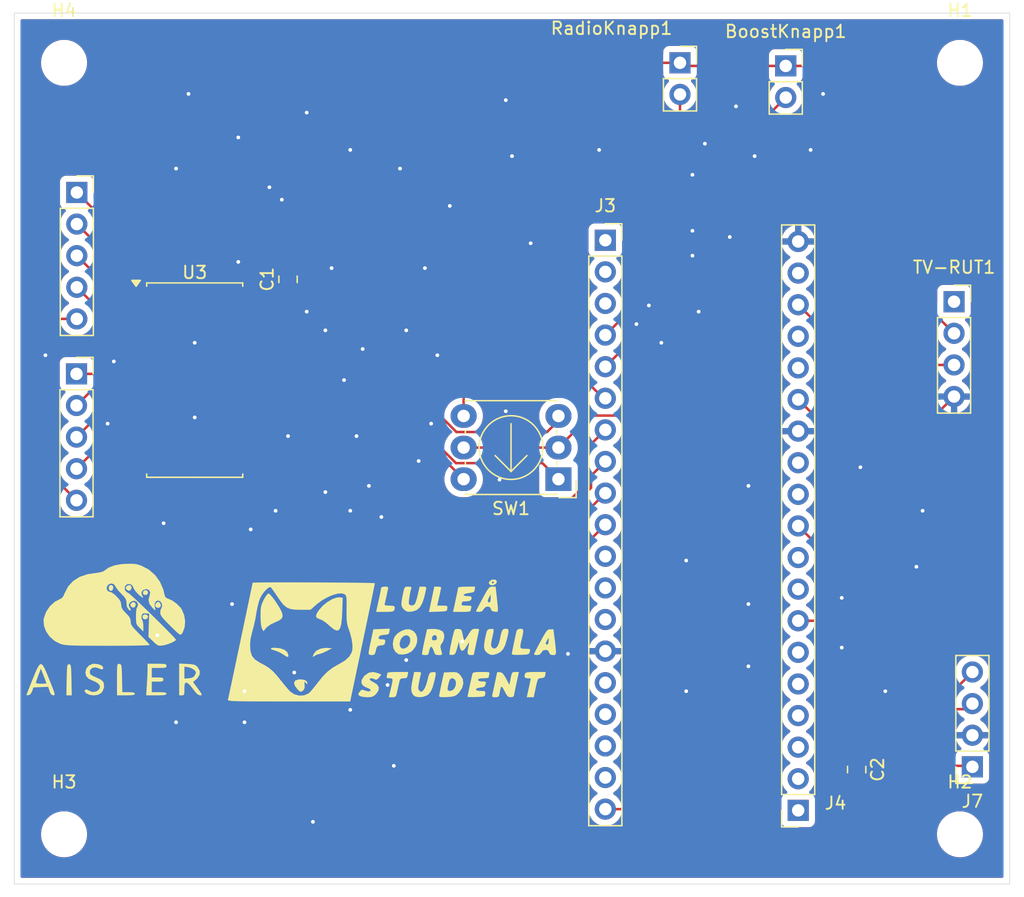
<source format=kicad_pcb>
(kicad_pcb (version 20240108) (generator "pcbnew") (generator_version "8.0")
  (layers (0 "F.Cu" signal) (31 "B.Cu" signal) (34 "B.Paste" user) (35 "F.Paste" user) (36 "B.SilkS" user "B.Silkscreen") (37 "F.SilkS" user "F.Silkscreen") (38 "B.Mask" user) (39 "F.Mask" user) (44 "Edge.Cuts" user))
  (net 0 "")
  (net 1 "Net-(U3-I14)")
  (net 2 "Net-(U3-I13)")
  (net 3 "Net-(U3-I15)")
  (net 4 "+5V")
  (net 5 "Net-(U3-I6)")
  (net 6 "Net-(U3-I5)")
  (net 7 "Net-(U3-I7)")
  (net 8 "Net-(U3-I4)")
  (net 9 "CANL")
  (net 10 "CANH")
  (net 11 "Net-(J2-Pin_1)")
  (net 12 "Net-(J2-Pin_4)")
  (net 14 "Net-(BoostKnapp1-B)")
  (net 16 "Net-(J3-Pin_6)")
  (net 17 "Net-(J3-Pin_10)")
  (net 18 "Net-(J3-Pin_9)")
  (net 20 "Net-(J3-Pin_7)")
  (net 21 "GND")
  (net 22 "Net-(J3-Pin_8)")
  (net 23 "+3V3")
  (net 28 "Net-(J3-Pin_4)")
  (net 29 "Net-(J4-Pin_14)")
  (net 31 "Net-(J4-Pin_17)")
  (net 36 "Net-(U3-I1)")
  (net 37 "Net-(U3-I2)")
  (net 38 "Net-(U3-I3)")
  (net 41 "Net-(U3-I0)")
  (net 55 "Net-(U3-I12)")
  (footprint "Egna:aislerlogga" (layer "F.Cu") (at 45.5 77.5)
    (property "Reference" "G***" (hide yes))
    (property "Value" "LOGO" (hide yes))
  )
  (footprint "Capacitor_SMD:C_0805_2012Metric_Pad1.18x1.45mm_HandSolder" (layer "F.Cu") (at 105.2 88.8 -90)
    (property "Reference" "C2" (at 0 -1.68 90) (layer "F.SilkS"))
    (property "Value" "C")
    (pad "1" smd roundrect (at -1.0375 0 270) (size 1.175 1.45) (layers "F.Cu" "F.Paste" "F.Mask") (roundrect_rratio 0.212766) (net 4 "+5V"))
    (pad "2" smd roundrect (at 1.0375 0 270) (size 1.175 1.45) (layers "F.Cu" "F.Paste" "F.Mask") (roundrect_rratio 0.212766) (net 21 "GND"))
  )
  (footprint "Connector_PinSocket_2.54mm:PinSocket_1x04_P2.54mm_Vertical" (layer "F.Cu") (at 113.025 51.2)
    (property "Reference" "TV-RUT1" (at 0 -2.77 0) (layer "F.SilkS"))
    (property "Value" "4518")
    (pad "1" thru_hole rect (at 0 0) (size 1.7 1.7) (drill 1) (layers "*.Cu" "*.Mask") (net 31 "Net-(J4-Pin_17)"))
    (pad "2" thru_hole oval (at 0 2.54) (size 1.7 1.7) (drill 1) (layers "*.Cu" "*.Mask") (net 29 "Net-(J4-Pin_14)"))
    (pad "3" thru_hole oval (at 0 5.08) (size 1.7 1.7) (drill 1) (layers "*.Cu" "*.Mask") (net 4 "+5V"))
    (pad "4" thru_hole oval (at 0 7.62) (size 1.7 1.7) (drill 1) (layers "*.Cu" "*.Mask") (net 21 "GND"))
  )
  (footprint "Connector_PinSocket_2.54mm:PinSocket_1x05_P2.54mm_Vertical" (layer "F.Cu") (at 42.525 42.42)
    (property "Reference" "SW2" (hide yes))
    (property "Value" "SW_Coded_SH-7040" (hide yes))
    (pad "1" thru_hole rect (at 0 0) (size 1.7 1.7) (drill 1) (layers "*.Cu" "*.Mask") (net 7 "Net-(U3-I7)"))
    (pad "2" thru_hole oval (at 0 2.54) (size 1.7 1.7) (drill 1) (layers "*.Cu" "*.Mask") (net 5 "Net-(U3-I6)"))
    (pad "3" thru_hole oval (at 0 5.08) (size 1.7 1.7) (drill 1) (layers "*.Cu" "*.Mask") (net 6 "Net-(U3-I5)"))
    (pad "4" thru_hole oval (at 0 7.62) (size 1.7 1.7) (drill 1) (layers "*.Cu" "*.Mask") (net 8 "Net-(U3-I4)"))
    (pad "5" thru_hole oval (at 0 10.16) (size 1.7 1.7) (drill 1) (layers "*.Cu" "*.Mask") (net 4 "+5V"))
  )
  (footprint "Egna:lulealogga" (layer "F.Cu") (at 68 78.5)
    (property "Reference" "G***" (hide yes))
    (property "Value" "LOGO" (hide yes))
  )
  (footprint "Capacitor_SMD:C_0805_2012Metric_Pad1.18x1.45mm_HandSolder" (layer "F.Cu") (at 59.5 49.4 90)
    (property "Reference" "C1" (at 0 -1.68 90) (layer "F.SilkS"))
    (property "Value" "C")
    (pad "1" smd roundrect (at -1.0375 0 90) (size 1.175 1.45) (layers "F.Cu" "F.Paste" "F.Mask") (roundrect_rratio 0.212766) (net 4 "+5V"))
    (pad "2" smd roundrect (at 1.0375 0 90) (size 1.175 1.45) (layers "F.Cu" "F.Paste" "F.Mask") (roundrect_rratio 0.212766) (net 21 "GND"))
  )
  (footprint "Connector_PinSocket_2.54mm:PinSocket_1x05_P2.54mm_Vertical" (layer "F.Cu") (at 42.5 57)
    (property "Reference" "SW3" (hide yes))
    (property "Value" "SW_Coded_SH-7040" (hide yes))
    (pad "1" thru_hole rect (at 0 0) (size 1.7 1.7) (drill 1) (layers "*.Cu" "*.Mask") (net 38 "Net-(U3-I3)"))
    (pad "2" thru_hole oval (at 0 2.54) (size 1.7 1.7) (drill 1) (layers "*.Cu" "*.Mask") (net 37 "Net-(U3-I2)"))
    (pad "3" thru_hole oval (at 0 5.08) (size 1.7 1.7) (drill 1) (layers "*.Cu" "*.Mask") (net 36 "Net-(U3-I1)"))
    (pad "4" thru_hole oval (at 0 7.62) (size 1.7 1.7) (drill 1) (layers "*.Cu" "*.Mask") (net 41 "Net-(U3-I0)"))
    (pad "5" thru_hole oval (at 0 10.16) (size 1.7 1.7) (drill 1) (layers "*.Cu" "*.Mask") (net 4 "+5V"))
  )
  (footprint "MountingHole:MountingHole_3.2mm_M3" (layer "F.Cu") (at 113.5 32)
    (property "Reference" "H1" (at 0 -4.2 0) (layer "F.SilkS"))
    (property "Value" "MountingHole")
    (pad "" np_thru_hole circle (at 0 0) (size 3.2 3.2) (drill 3.2) (layers "*.Cu" "*.Mask"))
  )
  (footprint "Connector_PinSocket_2.54mm:PinSocket_1x02_P2.54mm_Vertical" (layer "F.Cu") (at 91 32)
    (property "Reference" "RadioKnapp1" (at -5.5 -2.77 0) (layer "F.SilkS"))
    (property "Value" "SW_SPST")
    (pad "1" thru_hole rect (at 0 0) (size 1.7 1.7) (drill 1) (layers "*.Cu" "*.Mask") (net 4 "+5V"))
    (pad "2" thru_hole oval (at 0 2.54) (size 1.7 1.7) (drill 1) (layers "*.Cu" "*.Mask") (net 28 "Net-(J3-Pin_4)"))
  )
  (footprint "Package_SO:SOIC-24W_7.5x15.4mm_P1.27mm" (layer "F.Cu") (at 52 57.5)
    (property "Reference" "U3" (at 0 -8.65 0) (layer "F.SilkS"))
    (property "Value" "74HC4067")
    (pad "1" smd roundrect (at -4.65 -6.985) (size 2.05 0.6) (layers "F.Cu" "F.Paste" "F.Mask") (net 16 "Net-(J3-Pin_6)"))
    (pad "2" smd roundrect (at -4.65 -5.715) (size 2.05 0.6) (layers "F.Cu" "F.Paste" "F.Mask") (net 7 "Net-(U3-I7)"))
    (pad "3" smd roundrect (at -4.65 -4.445) (size 2.05 0.6) (layers "F.Cu" "F.Paste" "F.Mask") (net 5 "Net-(U3-I6)"))
    (pad "4" smd roundrect (at -4.65 -3.175) (size 2.05 0.6) (layers "F.Cu" "F.Paste" "F.Mask") (net 6 "Net-(U3-I5)"))
    (pad "5" smd roundrect (at -4.65 -1.905) (size 2.05 0.6) (layers "F.Cu" "F.Paste" "F.Mask") (net 8 "Net-(U3-I4)"))
    (pad "6" smd roundrect (at -4.65 -0.635) (size 2.05 0.6) (layers "F.Cu" "F.Paste" "F.Mask") (net 38 "Net-(U3-I3)"))
    (pad "7" smd roundrect (at -4.65 0.635) (size 2.05 0.6) (layers "F.Cu" "F.Paste" "F.Mask") (net 37 "Net-(U3-I2)"))
    (pad "8" smd roundrect (at -4.65 1.905) (size 2.05 0.6) (layers "F.Cu" "F.Paste" "F.Mask") (net 36 "Net-(U3-I1)"))
    (pad "9" smd roundrect (at -4.65 3.175) (size 2.05 0.6) (layers "F.Cu" "F.Paste" "F.Mask") (net 41 "Net-(U3-I0)"))
    (pad "10" smd roundrect (at -4.65 4.445) (size 2.05 0.6) (layers "F.Cu" "F.Paste" "F.Mask") (net 18 "Net-(J3-Pin_9)"))
    (pad "11" smd roundrect (at -4.65 5.715) (size 2.05 0.6) (layers "F.Cu" "F.Paste" "F.Mask") (net 17 "Net-(J3-Pin_10)"))
    (pad "12" smd roundrect (at -4.65 6.985) (size 2.05 0.6) (layers "F.Cu" "F.Paste" "F.Mask") (net 21 "GND"))
    (pad "13" smd roundrect (at 4.65 6.985) (size 2.05 0.6) (layers "F.Cu" "F.Paste" "F.Mask") (net 22 "Net-(J3-Pin_8)"))
    (pad "14" smd roundrect (at 4.65 5.715) (size 2.05 0.6) (layers "F.Cu" "F.Paste" "F.Mask") (net 20 "Net-(J3-Pin_7)"))
    (pad "15" smd roundrect (at 4.65 4.445) (size 2.05 0.6) (layers "F.Cu" "F.Paste" "F.Mask"))
    (pad "16" smd roundrect (at 4.65 3.175) (size 2.05 0.6) (layers "F.Cu" "F.Paste" "F.Mask") (net 3 "Net-(U3-I15)"))
    (pad "17" smd roundrect (at 4.65 1.905) (size 2.05 0.6) (layers "F.Cu" "F.Paste" "F.Mask") (net 1 "Net-(U3-I14)"))
    (pad "18" smd roundrect (at 4.65 0.635) (size 2.05 0.6) (layers "F.Cu" "F.Paste" "F.Mask") (net 2 "Net-(U3-I13)"))
    (pad "19" smd roundrect (at 4.65 -0.635) (size 2.05 0.6) (layers "F.Cu" "F.Paste" "F.Mask") (net 55 "Net-(U3-I12)"))
    (pad "20" smd roundrect (at 4.65 -1.905) (size 2.05 0.6) (layers "F.Cu" "F.Paste" "F.Mask"))
    (pad "21" smd roundrect (at 4.65 -3.175) (size 2.05 0.6) (layers "F.Cu" "F.Paste" "F.Mask"))
    (pad "22" smd roundrect (at 4.65 -4.445) (size 2.05 0.6) (layers "F.Cu" "F.Paste" "F.Mask"))
    (pad "23" smd roundrect (at 4.65 -5.715) (size 2.05 0.6) (layers "F.Cu" "F.Paste" "F.Mask"))
    (pad "24" smd roundrect (at 4.65 -6.985) (size 2.05 0.6) (layers "F.Cu" "F.Paste" "F.Mask") (net 4 "+5V"))
  )
  (footprint "MountingHole:MountingHole_3.2mm_M3" (layer "F.Cu") (at 41.5 94)
    (property "Reference" "H3" (at 0 -4.2 0) (layer "F.SilkS"))
    (property "Value" "MountingHole")
    (pad "" np_thru_hole circle (at 0 0) (size 3.2 3.2) (drill 3.2) (layers "*.Cu" "*.Mask"))
  )
  (footprint "Connector_PinSocket_2.54mm:PinSocket_1x04_P2.54mm_Vertical" (layer "F.Cu") (at 114.5 88.58 180)
    (property "Reference" "J7" (at 0 -2.77 0) (layer "F.SilkS"))
    (property "Value" "Screw_Terminal_01x04" (hide yes))
    (pad "1" thru_hole rect (at 0 0 180) (size 1.7 1.7) (drill 1) (layers "*.Cu" "*.Mask") (net 4 "+5V"))
    (pad "2" thru_hole oval (at 0 2.54 180) (size 1.7 1.7) (drill 1) (layers "*.Cu" "*.Mask") (net 21 "GND"))
    (pad "3" thru_hole oval (at 0 5.08 180) (size 1.7 1.7) (drill 1) (layers "*.Cu" "*.Mask") (net 9 "CANL"))
    (pad "4" thru_hole oval (at 0 7.62 180) (size 1.7 1.7) (drill 1) (layers "*.Cu" "*.Mask") (net 10 "CANH"))
  )
  (footprint "MountingHole:MountingHole_3.2mm_M3" (layer "F.Cu") (at 41.5 32)
    (property "Reference" "H4" (at 0 -4.2 0) (layer "F.SilkS"))
    (property "Value" "MountingHole")
    (pad "" np_thru_hole circle (at 0 0) (size 3.2 3.2) (drill 3.2) (layers "*.Cu" "*.Mask"))
  )
  (footprint "Button_Switch_THT:Nidec_Copal_SH-7010C" (layer "F.Cu") (at 81.2325 65.4625 180)
    (property "Reference" "SW1" (at 3.81 -2.36 180) (layer "F.SilkS"))
    (property "Value" "DriveMode(WE-42852752)")
    (pad "1" thru_hole rect (at 0 0 180) (size 2.1 1.9) (drill 1) (layers "*.Cu" "*.Mask") (net 1 "Net-(U3-I14)"))
    (pad "2" thru_hole oval (at 7.62 5.08 180) (size 2.1 1.9) (drill 1) (layers "*.Cu" "*.Mask") (net 55 "Net-(U3-I12)"))
    (pad "4" thru_hole oval (at 0 5.08 180) (size 2.1 1.9) (drill 1) (layers "*.Cu" "*.Mask") (net 2 "Net-(U3-I13)"))
    (pad "8" thru_hole oval (at 7.62 0 180) (size 2.1 1.9) (drill 1) (layers "*.Cu" "*.Mask") (net 3 "Net-(U3-I15)"))
    (pad "C" thru_hole oval (at 0 2.54 180) (size 2.1 1.9) (drill 1) (layers "*.Cu" "*.Mask") (net 4 "+5V"))
    (pad "C" thru_hole oval (at 7.62 2.54 180) (size 2.1 1.9) (drill 1) (layers "*.Cu" "*.Mask") (net 4 "+5V"))
  )
  (footprint "Connector_PinSocket_2.54mm:PinSocket_1x19_P2.54mm_Vertical" (layer "F.Cu") (at 100.5 92.08 180)
    (property "Reference" "J4" (at -3 0.58 0) (layer "F.SilkS"))
    (property "Value" "ESP32 Connector")
    (pad "1" thru_hole rect (at 0 0 180) (size 1.7 1.7) (drill 1) (layers "*.Cu" "*.Mask"))
    (pad "2" thru_hole oval (at 0 2.54 180) (size 1.7 1.7) (drill 1) (layers "*.Cu" "*.Mask"))
    (pad "3" thru_hole oval (at 0 5.08 180) (size 1.7 1.7) (drill 1) (layers "*.Cu" "*.Mask"))
    (pad "4" thru_hole oval (at 0 7.62 180) (size 1.7 1.7) (drill 1) (layers "*.Cu" "*.Mask"))
    (pad "5" thru_hole oval (at 0 10.16 180) (size 1.7 1.7) (drill 1) (layers "*.Cu" "*.Mask"))
    (pad "6" thru_hole oval (at 0 12.7 180) (size 1.7 1.7) (drill 1) (layers "*.Cu" "*.Mask"))
    (pad "7" thru_hole oval (at 0 15.24 180) (size 1.7 1.7) (drill 1) (layers "*.Cu" "*.Mask") (net 12 "Net-(J2-Pin_4)"))
    (pad "8" thru_hole oval (at 0 17.78 180) (size 1.7 1.7) (drill 1) (layers "*.Cu" "*.Mask"))
    (pad "9" thru_hole oval (at 0 20.32 180) (size 1.7 1.7) (drill 1) (layers "*.Cu" "*.Mask"))
    (pad "10" thru_hole oval (at 0 22.86 180) (size 1.7 1.7) (drill 1) (layers "*.Cu" "*.Mask") (net 11 "Net-(J2-Pin_1)"))
    (pad "11" thru_hole oval (at 0 25.4 180) (size 1.7 1.7) (drill 1) (layers "*.Cu" "*.Mask"))
    (pad "12" thru_hole oval (at 0 27.94 180) (size 1.7 1.7) (drill 1) (layers "*.Cu" "*.Mask"))
    (pad "13" thru_hole oval (at 0 30.48 180) (size 1.7 1.7) (drill 1) (layers "*.Cu" "*.Mask") (net 21 "GND"))
    (pad "14" thru_hole oval (at 0 33.02 180) (size 1.7 1.7) (drill 1) (layers "*.Cu" "*.Mask") (net 29 "Net-(J4-Pin_14)"))
    (pad "15" thru_hole oval (at 0 35.56 180) (size 1.7 1.7) (drill 1) (layers "*.Cu" "*.Mask"))
    (pad "16" thru_hole oval (at 0 38.1 180) (size 1.7 1.7) (drill 1) (layers "*.Cu" "*.Mask"))
    (pad "17" thru_hole oval (at 0 40.64 180) (size 1.7 1.7) (drill 1) (layers "*.Cu" "*.Mask") (net 31 "Net-(J4-Pin_17)"))
    (pad "18" thru_hole oval (at 0 43.18 180) (size 1.7 1.7) (drill 1) (layers "*.Cu" "*.Mask"))
    (pad "19" thru_hole oval (at 0 45.72 180) (size 1.7 1.7) (drill 1) (layers "*.Cu" "*.Mask") (net 21 "GND"))
  )
  (footprint "MountingHole:MountingHole_3.2mm_M3" (layer "F.Cu") (at 113.5 94)
    (property "Reference" "H2" (at 0 -4.2 0) (layer "F.SilkS"))
    (property "Value" "MountingHole")
    (pad "" np_thru_hole circle (at 0 0) (size 3.2 3.2) (drill 3.2) (layers "*.Cu" "*.Mask"))
  )
  (footprint "Connector_PinSocket_2.54mm:PinSocket_1x02_P2.54mm_Vertical" (layer "F.Cu") (at 99.5 32.25)
    (property "Reference" "BoostKnapp1" (at 0 -2.77 0) (layer "F.SilkS"))
    (property "Value" "SW_SPST")
    (pad "1" thru_hole rect (at 0 0) (size 1.7 1.7) (drill 1) (layers "*.Cu" "*.Mask") (net 4 "+5V"))
    (pad "2" thru_hole oval (at 0 2.54) (size 1.7 1.7) (drill 1) (layers "*.Cu" "*.Mask") (net 14 "Net-(BoostKnapp1-B)"))
  )
  (footprint "Egna:MCP2551" (layer "F.Cu") (at 108.2 81.405 -90)
    (property "Reference" "J2" (hide yes))
    (property "Value" "MCP2551")
    (pad "1" smd rect (at 0 2.5 270) (size 0.6 1.55) (layers "F.Cu" "F.Paste" "F.Mask") (net 11 "Net-(J2-Pin_1)"))
    (pad "2" smd rect (at 1.27 2.5 270) (size 0.6 1.55) (layers "F.Cu" "F.Paste" "F.Mask") (net 21 "GND"))
    (pad "3" smd rect (at 2.54 2.5 270) (size 0.6 1.55) (layers "F.Cu" "F.Paste" "F.Mask") (net 4 "+5V"))
    (pad "4" smd rect (at 3.81 2.5 270) (size 0.6 1.55) (layers "F.Cu" "F.Paste" "F.Mask") (net 12 "Net-(J2-Pin_4)"))
    (pad "5" smd rect (at 3.81 -2.9 270) (size 0.6 1.55) (layers "F.Cu" "F.Paste" "F.Mask"))
    (pad "6" smd rect (at 2.54 -2.9 270) (size 0.6 1.55) (layers "F.Cu" "F.Paste" "F.Mask") (net 9 "CANL"))
    (pad "7" smd rect (at 1.27 -2.9 270) (size 0.6 1.55) (layers "F.Cu" "F.Paste" "F.Mask") (net 10 "CANH"))
    (pad "8" smd rect (at 0 -2.9 270) (size 0.6 1.55) (layers "F.Cu" "F.Paste" "F.Mask") (net 21 "GND"))
  )
  (footprint "Connector_PinSocket_2.54mm:PinSocket_1x19_P2.54mm_Vertical" (layer "F.Cu") (at 85 46.26)
    (property "Reference" "J3" (at 0 -2.77 0) (layer "F.SilkS"))
    (property "Value" "Conn_01x19")
    (pad "1" thru_hole rect (at 0 0) (size 1.7 1.7) (drill 1) (layers "*.Cu" "*.Mask") (net 23 "+3V3"))
    (pad "2" thru_hole oval (at 0 2.54) (size 1.7 1.7) (drill 1) (layers "*.Cu" "*.Mask"))
    (pad "3" thru_hole oval (at 0 5.08) (size 1.7 1.7) (drill 1) (layers "*.Cu" "*.Mask"))
    (pad "4" thru_hole oval (at 0 7.62) (size 1.7 1.7) (drill 1) (layers "*.Cu" "*.Mask") (net 28 "Net-(J3-Pin_4)"))
    (pad "5" thru_hole oval (at 0 10.16) (size 1.7 1.7) (drill 1) (layers "*.Cu" "*.Mask") (net 14 "Net-(BoostKnapp1-B)"))
    (pad "6" thru_hole oval (at 0 12.7) (size 1.7 1.7) (drill 1) (layers "*.Cu" "*.Mask") (net 16 "Net-(J3-Pin_6)"))
    (pad "7" thru_hole oval (at 0 15.24) (size 1.7 1.7) (drill 1) (layers "*.Cu" "*.Mask") (net 20 "Net-(J3-Pin_7)"))
    (pad "8" thru_hole oval (at 0 17.78) (size 1.7 1.7) (drill 1) (layers "*.Cu" "*.Mask") (net 22 "Net-(J3-Pin_8)"))
    (pad "9" thru_hole oval (at 0 20.32) (size 1.7 1.7) (drill 1) (layers "*.Cu" "*.Mask") (net 18 "Net-(J3-Pin_9)"))
    (pad "10" thru_hole oval (at 0 22.86) (size 1.7 1.7) (drill 1) (layers "*.Cu" "*.Mask") (net 17 "Net-(J3-Pin_10)"))
    (pad "11" thru_hole oval (at 0 25.4) (size 1.7 1.7) (drill 1) (layers "*.Cu" "*.Mask"))
    (pad "12" thru_hole oval (at 0 27.94) (size 1.7 1.7) (drill 1) (layers "*.Cu" "*.Mask"))
    (pad "13" thru_hole oval (at 0 30.48) (size 1.7 1.7) (drill 1) (layers "*.Cu" "*.Mask"))
    (pad "14" thru_hole oval (at 0 33.02) (size 1.7 1.7) (drill 1) (layers "*.Cu" "*.Mask") (net 21 "GND"))
    (pad "15" thru_hole oval (at 0 35.56) (size 1.7 1.7) (drill 1) (layers "*.Cu" "*.Mask"))
    (pad "16" thru_hole oval (at 0 38.1) (size 1.7 1.7) (drill 1) (layers "*.Cu" "*.Mask"))
    (pad "17" thru_hole oval (at 0 40.64) (size 1.7 1.7) (drill 1) (layers "*.Cu" "*.Mask"))
    (pad "18" thru_hole oval (at 0 43.18) (size 1.7 1.7) (drill 1) (layers "*.Cu" "*.Mask"))
    (pad "19" thru_hole oval (at 0 45.72) (size 1.7 1.7) (drill 1) (layers "*.Cu" "*.Mask") (net 4 "+5V"))
  )
  (gr_rect (start 37.5 28) (end 117.5 98) (stroke (width 0.05)) (fill none) (layer "Edge.Cuts"))
  (gr_text "sda" (at 102.5 60 0) (layer "F.Cu") (effects (font (size 1.5 1.5) (thickness 0.3) (bold yes)) (justify left bottom)))
  (gr_text "scl" (at 105.5 55.5 0) (layer "F.Cu") (effects (font (size 1.5 1.5) (thickness 0.3) (bold yes)) (justify left bottom)))
  (segment (start 72.994733 64.1725) (end 68.227233 59.405) (width 0.2) (layer "F.Cu") (net 1))
  (segment (start 68.227233 59.405) (end 56.65 59.405) (width 0.2) (layer "F.Cu") (net 1))
  (segment (start 81.2325 65.4625) (end 79.9425 64.1725) (width 0.2) (layer "F.Cu") (net 1))
  (segment (start 79.9425 64.1725) (end 72.994733 64.1725) (width 0.2) (layer "F.Cu") (net 1))
  (segment (start 69.497233 58.135) (end 73.034733 61.6725) (width 0.2) (layer "F.Cu") (net 2))
  (segment (start 73.034733 61.6725) (end 80.31 61.6725) (width 0.2) (layer "F.Cu") (net 2))
  (segment (start 56.65 58.135) (end 69.497233 58.135) (width 0.2) (layer "F.Cu") (net 2))
  (segment (start 80.31 61.6725) (end 81.2325 60.75) (width 0.2) (layer "F.Cu") (net 2))
  (segment (start 56.65 60.675) (end 68.825 60.675) (width 0.2) (layer "F.Cu") (net 3))
  (segment (start 68.825 60.675) (end 73.6125 65.4625) (width 0.2) (layer "F.Cu") (net 3))
  (segment (start 73.8925 50.4375) (end 59.5 50.4375) (width 0.2) (layer "F.Cu") (net 4))
  (segment (start 97 95) (end 96.5 94.5) (width 0.2) (layer "F.Cu") (net 4))
  (segment (start 103.5 95) (end 97 95) (width 0.2) (layer "F.Cu") (net 4))
  (segment (start 83.805 60.35) (end 73.8925 50.4375) (width 0.2) (layer "F.Cu") (net 4))
  (segment (start 87.52 91.98) (end 90 89.5) (width 0.2) (layer "F.Cu") (net 4))
  (segment (start 59.5 50.4375) (end 59.2375 50.4375) (width 0.2) (layer "F.Cu") (net 4))
  (segment (start 41.08 52.58) (end 39 50.5) (width 0.2) (layer "F.Cu") (net 4))
  (segment (start 110.785 51.5) (end 113.025 53.74) (width 0.2) (layer "F.Cu") (net 4))
  (segment (start 96.5 94.5) (end 95 94.5) (width 0.2) (layer "F.Cu") (net 4))
  (segment (start 90 89.5) (end 90 88.5) (width 0.2) (layer "F.Cu") (net 4))
  (segment (start 110 88.5) (end 109.5 89) (width 0.2) (layer "F.Cu") (net 4))
  (segment (start 91 32) (end 47.5 32) (width 0.2) (layer "F.Cu") (net 4))
  (segment (start 87.65 60.35) (end 89 59) (width 0.2) (layer "F.Cu") (net 4))
  (segment (start 108 86.3) (end 106.5375 87.7625) (width 0.2) (layer "F.Cu") (net 4))
  (segment (start 99.5 32.25) (end 91.25 32.25) (width 0.2) (layer "F.Cu") (net 4))
  (segment (start 59.16 50.515) (end 56.65 50.515) (width 0.2) (layer "F.Cu") (net 4))
  (segment (start 59.2375 50.4375) (end 59.16 50.515) (width 0.2) (layer "F.Cu") (net 4))
  (segment (start 56.6625 50.5025) (end 56.65 50.515) (width 0.2) (layer "F.Cu") (net 4))
  (segment (start 89 87.5) (end 89 59) (width 0.2) (layer "F.Cu") (net 4))
  (segment (start 90 58) (end 90 57.5) (width 0.2) (layer "F.Cu") (net 4))
  (segment (start 108 86.3) (end 108 85.77) (width 0.2) (layer "F.Cu") (net 4))
  (segment (start 85 91.98) (end 87.52 91.98) (width 0.2) (layer "F.Cu") (net 4))
  (segment (start 96.5 51) (end 96.5 43) (width 0.2) (layer "F.Cu") (net 4))
  (segment (start 106.5375 87.7625) (end 105.2 87.7625) (width 0.2) (layer "F.Cu") (net 4))
  (segment (start 108 86.4625) (end 108 86.3) (width 0.2) (layer "F.Cu") (net 4))
  (segment (start 89 59) (end 90 58) (width 0.2) (layer "F.Cu") (net 4))
  (segment (start 104 40.5) (end 108 44.5) (width 0.2) (layer "F.Cu") (net 4))
  (segment (start 108 51) (end 108.5 51.5) (width 0.2) (layer "F.Cu") (net 4))
  (segment (start 39 63.66) (end 42.5 67.16) (width 0.2) (layer "F.Cu") (net 4))
  (segment (start 96.5 43) (end 99 40.5) (width 0.2) (layer "F.Cu") (net 4))
  (segment (start 108 44.5) (end 108 51) (width 0.2) (layer "F.Cu") (net 4))
  (segment (start 95 94.5) (end 90 89.5) (width 0.2) (layer "F.Cu") (net 4))
  (segment (start 108 85.77) (end 106.175 83.945) (width 0.2) (layer "F.Cu") (net 4))
  (segment (start 90 88.5) (end 89 87.5) (width 0.2) (layer "F.Cu") (net 4))
  (segment (start 103.75 32.25) (end 99.5 32.25) (width 0.2) (layer "F.Cu") (net 4))
  (segment (start 90 57.5) (end 96.5 51) (width 0.2) (layer "F.Cu") (net 4))
  (segment (start 114.5 88.5) (end 110 88.5) (width 0.2) (layer "F.Cu") (net 4))
  (segment (start 109.5 89) (end 109.5 87.9625) (width 0.2) (layer "F.Cu") (net 4))
  (segment (start 83.805 60.35) (end 87.65 60.35) (width 0.2) (layer "F.Cu") (net 4))
  (segment (start 42.525 52.58) (end 41.08 52.58) (width 0.2) (layer "F.Cu") (net 4))
  (segment (start 108.5 51.5) (end 110.785 51.5) (width 0.2) (layer "F.Cu") (net 4))
  (segment (start 47.5 32) (end 39 40.5) (width 0.2) (layer "F.Cu") (net 4))
  (segment (start 99 40.5) (end 104 40.5) (width 0.2) (layer "F.Cu") (net 4))
  (segment (start 104 32) (end 103.75 32.25) (width 0.2) (layer "F.Cu") (net 4))
  (segment (start 39 40.5) (end 39 50.5) (width 0.2) (layer "F.Cu") (net 4))
  (segment (start 81.2325 62.9225) (end 83.805 60.35) (width 0.2) (layer "F.Cu") (net 4))
  (segment (start 114.5 88.58) (end 114.5 88.5) (width 0.2) (layer "F.Cu") (net 4))
  (segment (start 73.6125 62.9225) (end 81.2325 62.9225) (width 0.2) (layer "F.Cu") (net 4))
  (segment (start 104 40.5) (end 104 32) (width 0.2) (layer "F.Cu") (net 4))
  (segment (start 106.175 83.945) (end 105.7 83.945) (width 0.2) (layer "F.Cu") (net 4))
  (segment (start 91.25 32.25) (end 91 32) (width 0.2) (layer "F.Cu") (net 4))
  (segment (start 109.5 87.9625) (end 108 86.4625) (width 0.2) (layer "F.Cu") (net 4))
  (segment (start 109.5 89) (end 103.5 95) (width 0.2) (layer "F.Cu") (net 4))
  (segment (start 39 50.5) (end 39 63.66) (width 0.2) (layer "F.Cu") (net 4))
  (segment (start 42.525 44.96) (end 45.625 48.06) (width 0.2) (layer "F.Cu") (net 5))
  (segment (start 45.625 52.85) (end 45.83 53.055) (width 0.2) (layer "F.Cu") (net 5))
  (segment (start 45.83 53.055) (end 47.35 53.055) (width 0.2) (layer "F.Cu") (net 5))
  (segment (start 45.625 48.06) (end 45.625 52.85) (width 0.2) (layer "F.Cu") (net 5))
  (segment (start 42.525 47.5) (end 43.675 48.65) (width 0.2) (layer "F.Cu") (net 6))
  (segment (start 45 49.5) (end 45 52.999999) (width 0.2) (layer "F.Cu") (net 6))
  (segment (start 43.675 48.65) (end 44.15 48.65) (width 0.2) (layer "F.Cu") (net 6))
  (segment (start 45 52.999999) (end 46.325001 54.325) (width 0.2) (layer "F.Cu") (net 6))
  (segment (start 46.325001 54.325) (end 47.35 54.325) (width 0.2) (layer "F.Cu") (net 6))
  (segment (start 44.15 48.65) (end 45 49.5) (width 0.2) (layer "F.Cu") (net 6))
  (segment (start 46.025 51.484999) (end 46.325001 51.785) (width 0.2) (layer "F.Cu") (net 7))
  (segment (start 46.325001 51.785) (end 47.35 51.785) (width 0.2) (layer "F.Cu") (net 7))
  (segment (start 42.525 42.42) (end 46.025 45.92) (width 0.2) (layer "F.Cu") (net 7))
  (segment (start 46.025 45.92) (end 46.025 51.484999) (width 0.2) (layer "F.Cu") (net 7))
  (segment (start 46.595 55.595) (end 47.35 55.595) (width 0.2) (layer "F.Cu") (net 8))
  (segment (start 44 51.5) (end 44 53) (width 0.2) (layer "F.Cu") (net 8))
  (segment (start 42.525 50.04) (end 43.675 51.19) (width 0.2) (layer "F.Cu") (net 8))
  (segment (start 43.675 51.19) (end 43.69 51.19) (width 0.2) (layer "F.Cu") (net 8))
  (segment (start 43.69 51.19) (end 44 51.5) (width 0.2) (layer "F.Cu") (net 8))
  (segment (start 44 53) (end 46.595 55.595) (width 0.2) (layer "F.Cu") (net 8))
  (segment (start 114.055 83.945) (end 114.5 83.5) (width 0.2) (layer "F.Cu") (net 9))
  (segment (start 111.1 83.945) (end 114.055 83.945) (width 0.2) (layer "F.Cu") (net 9))
  (segment (start 111.1 82.675) (end 112.785 82.675) (width 0.2) (layer "F.Cu") (net 10))
  (segment (start 112.785 82.675) (end 114.5 80.96) (width 0.2) (layer "F.Cu") (net 10))
  (segment (start 105.7 81.405) (end 105.7 74.42) (width 0.2) (layer "F.Cu") (net 11))
  (segment (start 105.7 74.42) (end 100.5 69.22) (width 0.2) (layer "F.Cu") (net 11))
  (segment (start 102.5 82.49) (end 102.5 77.5) (width 0.2) (layer "F.Cu") (net 12))
  (segment (start 105.225 85.215) (end 102.5 82.49) (width 0.2) (layer "F.Cu") (net 12))
  (segment (start 105.7 85.215) (end 105.225 85.215) (width 0.2) (layer "F.Cu") (net 12))
  (segment (start 101.84 76.84) (end 100.5 76.84) (width 0.2) (layer "F.Cu") (net 12))
  (segment (start 102.5 77.5) (end 101.84 76.84) (width 0.2) (layer "F.Cu") (net 12))
  (segment (start 86.15 55.27) (end 86.23 55.27) (width 0.2) (layer "F.Cu") (net 14))
  (segment (start 93 41.29) (end 99.5 34.79) (width 0.2) (layer "F.Cu") (net 14))
  (segment (start 93 48.5) (end 93 41.29) (width 0.2) (layer "F.Cu") (net 14))
  (segment (start 86.23 55.27) (end 93 48.5) (width 0.2) (layer "F.Cu") (net 14))
  (segment (start 85 56.42) (end 86.15 55.27) (width 0.2) (layer "F.Cu") (net 14))
  (segment (start 66.7 40.7) (end 57.165 40.7) (width 0.2) (layer "F.Cu") (net 16))
  (segment (start 85 59.12) (end 77 51.12) (width 0.2) (layer "F.Cu") (net 16))
  (segment (start 57.165 40.7) (end 47.35 50.515) (width 0.2) (layer "F.Cu") (net 16))
  (segment (start 77 51.12) (end 77 51) (width 0.2) (layer "F.Cu") (net 16))
  (segment (start 77 51) (end 66.7 40.7) (width 0.2) (layer "F.Cu") (net 16))
  (segment (start 81.12 73) (end 85 69.12) (width 0.2) (layer "F.Cu") (net 17))
  (segment (start 58 73) (end 81.12 73) (width 0.2) (layer "F.Cu") (net 17))
  (segment (start 48.215 63.215) (end 58 73) (width 0.2) (layer "F.Cu") (net 17))
  (segment (start 47.35 63.215) (end 48.215 63.215) (width 0.2) (layer "F.Cu") (net 17))
  (segment (start 50.944448 61.945) (end 60.499448 71.5) (width 0.2) (layer "F.Cu") (net 18))
  (segment (start 47.35 61.945) (end 50.944448 61.945) (width 0.2) (layer "F.Cu") (net 18))
  (segment (start 60.499448 71.5) (end 80.08 71.5) (width 0.2) (layer "F.Cu") (net 18))
  (segment (start 80.08 71.5) (end 85 66.58) (width 0.2) (layer "F.Cu") (net 18))
  (segment (start 83 63.5) (end 85 61.5) (width 0.2) (layer "F.Cu") (net 20))
  (segment (start 72 68.5) (end 80.795 68.5) (width 0.2) (layer "F.Cu") (net 20))
  (segment (start 56.65 63.215) (end 66.715 63.215) (width 0.2) (layer "F.Cu") (net 20))
  (segment (start 80.795 68.5) (end 83 66.295) (width 0.2) (layer "F.Cu") (net 20))
  (segment (start 66.715 63.215) (end 72 68.5) (width 0.2) (layer "F.Cu") (net 20))
  (segment (start 83 66.295) (end 83 63.5) (width 0.2) (layer "F.Cu") (net 20))
  (segment (start 112.9 61.6) (end 113.5 61) (width 0.2) (layer "F.Cu") (net 21))
  (segment (start 113.025 59.385686) (end 113.307843 59.102843) (width 0.2) (layer "F.Cu") (net 21))
  (segment (start 113.025 60.025) (end 113.025 59.385686) (width 0.2) (layer "F.Cu") (net 21))
  (segment (start 113.5 61) (end 113.5 60.5) (width 0.2) (layer "F.Cu") (net 21))
  (segment (start 107.325 82.675) (end 107.5 82.5) (width 0.2) (layer "F.Cu") (net 21))
  (segment (start 105.7 82.675) (end 107.325 82.675) (width 0.2) (layer "F.Cu") (net 21))
  (segment (start 100.5 61.6) (end 112.9 61.6) (width 0.2) (layer "F.Cu") (net 21))
  (segment (start 85 79.28) (end 82.22 79.28) (width 0.2) (layer "F.Cu") (net 21))
  (segment (start 113.5 60.5) (end 113.025 60.025) (width 0.2) (layer "F.Cu") (net 21))
  (segment (start 82.22 79.28) (end 82 79.5) (width 0.2) (layer "F.Cu") (net 21))
  (via (at 107.5 82.5) (size 0.6) (drill 0.3) (layers "F.Cu" "B.Cu") (net 21))
  (via (at 91.5 72) (size 0.6) (drill 0.3) (layers "F.Cu" "B.Cu") (net 21))
  (via (at 52 54.5) (size 0.6) (drill 0.3) (layers "F.Cu" "B.Cu") (net 21))
  (via (at 69 53.5) (size 0.6) (drill 0.3) (layers "F.Cu" "B.Cu") (net 21))
  (via (at 61 52) (size 0.6) (drill 0.3) (layers "F.Cu" "B.Cu") (net 21))
  (via (at 49.5 69) (size 0.6) (drill 0.3) (layers "F.Cu" "B.Cu") (net 21))
  (via (at 52 60.5) (size 0.6) (drill 0.3) (layers "F.Cu" "B.Cu") (net 21))
  (via (at 69 80) (size 0.6) (drill 0.3) (layers "F.Cu" "B.Cu") (net 21))
  (via (at 63 48.5) (size 0.6) (drill 0.3) (layers "F.Cu" "B.Cu") (net 21))
  (via (at 76.5 65.5) (size 0.6) (drill 0.3) (layers "F.Cu" "B.Cu") (net 21))
  (via (at 64 57.5) (size 0.6) (drill 0.3) (layers "F.Cu" "B.Cu") (net 21))
  (via (at 40 55.5) (size 0.6) (drill 0.3) (layers "F.Cu" "B.Cu") (net 21))
  (via (at 88.5 51.5) (size 0.6) (drill 0.3) (layers "F.Cu" "B.Cu") (net 21))
  (via (at 58 42) (size 0.6) (drill 0.3) (layers "F.Cu" "B.Cu") (net 21))
  (via (at 61.5 93) (size 0.6) (drill 0.3) (layers "F.Cu" "B.Cu") (net 21))
  (via (at 104 79) (size 0.6) (drill 0.3) (layers "F.Cu" "B.Cu") (net 21))
  (via (at 91.5 82.5) (size 0.6) (drill 0.3) (layers "F.Cu" "B.Cu") (net 21))
  (via (at 61 36) (size 0.6) (drill 0.3) (layers "F.Cu" "B.Cu") (net 21))
  (via (at 105.5 64.5) (size 0.6) (drill 0.3) (layers "F.Cu" "B.Cu") (net 21))
  (via (at 97 39.5) (size 0.6) (drill 0.3) (layers "F.Cu" "B.Cu") (net 21))
  (via (at 77.5 39.5) (size 0.6) (drill 0.3) (layers "F.Cu" "B.Cu") (net 21))
  (via (at 64.5 84) (size 0.6) (drill 0.3) (layers "F.Cu" "B.Cu") (net 21))
  (via (at 95.5 35.5) (size 0.6) (drill 0.3) (layers "F.Cu" "B.Cu") (net 21))
  (via (at 73.5 78.5) (size 0.6) (drill 0.3) (layers "F.Cu" "B.Cu") (net 21))
  (via (at 56.5 69.5) (size 0.6) (drill 0.3) (layers "F.Cu" "B.Cu") (net 21))
  (via (at 62.5 53.5) (size 0.6) (drill 0.3) (layers "F.Cu" "B.Cu") (net 21))
  (via (at 55 75.5) (size 0.6) (drill 0.3) (layers "F.Cu" "B.Cu") (net 21))
  (via (at 82 79.5) (size 0.6) (drill 0.3) (layers "F.Cu" "B.Cu") (net 21))
  (via (at 66 66) (size 0.6) (drill 0.3) (layers "F.Cu" "B.Cu") (net 21))
  (via (at 102.5 34.5) (size 0.6) (drill 0.3) (layers "F.Cu" "B.Cu") (net 21))
  (via (at 45 61) (size 0.6) (drill 0.3) (layers "F.Cu" "B.Cu") (net 21))
  (via (at 50.5 85) (size 0.6) (drill 0.3) (layers "F.Cu" "B.Cu") (net 21))
  (via (at 92 47.5) (size 0.6) (drill 0.3) (layers "F.Cu" "B.Cu") (net 21))
  (via (at 64.5 68) (size 0.6) (drill 0.3) (layers "F.Cu" "B.Cu") (net 21))
  (via (at 64.5 39) (size 0.6) (drill 0.3) (layers "F.Cu" "B.Cu") (net 21))
  (via (at 62.5 66.5) (size 0.6) (drill 0.3) (layers "F.Cu" "B.Cu") (net 21))
  (via (at 50.5 40.5) (size 0.6) (drill 0.3) (layers "F.Cu" "B.Cu") (net 21))
  (via (at 92.5 52) (size 0.6) (drill 0.3) (layers "F.Cu" "B.Cu") (net 21))
  (via (at 67 68.5) (size 0.6) (drill 0.3) (layers "F.Cu" "B.Cu") (net 21))
  (via (at 84.5 39) (size 0.6) (drill 0.3) (layers "F.Cu" "B.Cu") (net 21))
  (via (at 49 78) (size 0.6) (drill 0.3) (layers "F.Cu" "B.Cu") (net 21))
  (via (at 70.5 48.5) (size 0.6) (drill 0.3) (layers "F.Cu" "B.Cu") (net 21))
  (via (at 45.5 56) (size 0.6) (drill 0.3) (layers "F.Cu" "B.Cu") (net 21))
  (via (at 70 64) (size 0.6) (drill 0.3) (layers "F.Cu" "B.Cu") (net 21))
  (via (at 59.5 62) (size 0.6) (drill 0.3) (layers "F.Cu" "B.Cu") (net 21))
  (via (at 65 62) (size 0.6) (drill 0.3) (layers "F.Cu" "B.Cu") (net 21))
  (via (at 92 45.5) (size 0.6) (drill 0.3) (layers "F.Cu" "B.Cu") (net 21))
  (via (at 87.5 53) (size 0.6) (drill 0.3) (layers "F.Cu" "B.Cu") (net 21))
  (via (at 89.5 54.5) (size 0.6) (drill 0.3) (layers "F.Cu" "B.Cu") (net 21))
  (via (at 77 60) (size 0.6) (drill 0.3) (layers "F.Cu" "B.Cu") (net 21))
  (via (at 92 41) (size 0.6) (drill 0.3) (layers "F.Cu" "B.Cu") (net 21))
  (via (at 96.5 80.5) (size 0.6) (drill 0.3) (layers "F.Cu" "B.Cu") (net 21))
  (via (at 51.5 34.5) (size 0.6) (drill 0.3) (layers "F.Cu" "B.Cu") (net 21))
  (via (at 71 61) (size 0.6) (drill 0.3) (layers "F.Cu" "B.Cu") (net 21))
  (via (at 93 38.5) (size 0.6) (drill 0.3) (layers "F.Cu" "B.Cu") (net 21))
  (via (at 104 75) (size 0.6) (drill 0.3) (layers "F.Cu" "B.Cu") (net 21))
  (via (at 68 88.5) (size 0.6) (drill 0.3) (layers "F.Cu" "B.Cu") (net 21))
  (via (at 77 35) (size 0.6) (drill 0.3) (layers "F.Cu" "B.Cu") (net 21))
  (via (at 68.5 40.5) (size 0.6) (drill 0.3) (layers "F.Cu" "B.Cu") (net 21))
  (via (at 58.5 68) (size 0.6) (drill 0.3) (layers "F.Cu" "B.Cu") (net 21))
  (via (at 79 46.5) (size 0.6) (drill 0.3) (layers "F.Cu" "B.Cu") (net 21))
  (via (at 60 81) (size 0.6) (drill 0.3) (layers "F.Cu" "B.Cu") (net 21))
  (via (at 72.5 43.5) (size 0.6) (drill 0.3) (layers "F.Cu" "B.Cu") (net 21))
  (via (at 110.5 68) (size 0.6) (drill 0.3) (layers "F.Cu" "B.Cu") (net 21))
  (via (at 110 72.5) (size 0.6) (drill 0.3) (layers "F.Cu" "B.Cu") (net 21))
  (via (at 55.5 48) (size 0.6) (drill 0.3) (layers "F.Cu" "B.Cu") (net 21))
  (via (at 67.5 82) (size 0.6) (drill 0.3) (layers "F.Cu" "B.Cu") (net 21))
  (via (at 55.5 38) (size 0.6) (drill 0.3) (layers "F.Cu" "B.Cu") (net 21))
  (via (at 96.5 66) (size 0.6) (drill 0.3) (layers "F.Cu" "B.Cu") (net 21))
  (via (at 56 82.5) (size 0.6) (drill 0.3) (layers "F.Cu" "B.Cu") (net 21))
  (via (at 71.5 55.5) (size 0.6) (drill 0.3) (layers "F.Cu" "B.Cu") (net 21))
  (via (at 95 46) (size 0.6) (drill 0.3) (layers "F.Cu" "B.Cu") (net 21))
  (via (at 101.5 39) (size 0.6) (drill 0.3) (layers "F.Cu" "B.Cu") (net 21))
  (via (at 59 43) (size 0.6) (drill 0.3) (layers "F.Cu" "B.Cu") (net 21))
  (via (at 65.5 55) (size 0.6) (drill 0.3) (layers "F.Cu" "B.Cu") (net 21))
  (via (at 96.5 75.5) (size 0.6) (drill 0.3) (layers "F.Cu" "B.Cu") (net 21))
  (via (at 56 85) (size 0.6) (drill 0.3) (layers "F.Cu" "B.Cu") (net 21))
  (segment (start 56.65 64.485) (end 62.5 70.335) (width 0.2) (layer "F.Cu") (net 22))
  (segment (start 83.85 65.19) (end 85 64.04) (width 0.2) (layer "F.Cu") (net 22))
  (segment (start 79.5 70.5) (end 83.85 66.15) (width 0.2) (layer "F.Cu") (net 22))
  (segment (start 62.5 70.335) (end 62.5 70.5) (width 0.2) (layer "F.Cu") (net 22))
  (segment (start 62.5 70.5) (end 79.5 70.5) (width 0.2) (layer "F.Cu") (net 22))
  (segment (start 83.85 66.15) (end 83.85 65.19) (width 0.2) (layer "F.Cu") (net 22))
  (segment (start 91 47.88) (end 85 53.88) (width 0.2) (layer "F.Cu") (net 28))
  (segment (start 91 34.54) (end 91 47.88) (width 0.2) (layer "F.Cu") (net 28))
  (segment (start 113.025 58.82) (end 111.587447 60.257553) (width 0.2) (layer "F.Cu") (net 29))
  (segment (start 111.587447 60.257553) (end 101.697553 60.257553) (width 0.2) (layer "F.Cu") (net 29))
  (segment (start 101.697553 60.257553) (end 100.5 59.06) (width 0.2) (layer "F.Cu") (net 29))
  (segment (start 105.34 56.28) (end 100.5 51.44) (width 0.2) (layer "F.Cu") (net 31))
  (segment (start 113.025 56.28) (end 105.34 56.28) (width 0.2) (layer "F.Cu") (net 31))
  (segment (start 45.175 59.405) (end 47.35 59.405) (width 0.2) (layer "F.Cu") (net 36))
  (segment (start 42.5 62.08) (end 45.175 59.405) (width 0.2) (layer "F.Cu") (net 36))
  (segment (start 43.905 58.135) (end 47.35 58.135) (width 0.2) (layer "F.Cu") (net 37))
  (segment (start 42.5 59.54) (end 43.905 58.135) (width 0.2) (layer "F.Cu") (net 37))
  (segment (start 47.215 57) (end 47.35 56.865) (width 0.2) (layer "F.Cu") (net 38))
  (segment (start 42.5 57) (end 47.215 57) (width 0.2) (layer "F.Cu") (net 38))
  (segment (start 42.5 64.62) (end 46.445 60.675) (width 0.2) (layer "F.Cu") (net 41))
  (segment (start 46.445 60.675) (end 47.35 60.675) (width 0.2) (layer "F.Cu") (net 41))
  (segment (start 57.735 56.865) (end 62.7 51.9) (width 0.2) (layer "F.Cu") (net 55))
  (segment (start 73.6125 54.9125) (end 73.6125 60.3825) (width 0.2) (layer "F.Cu") (net 55))
  (segment (start 62.7 51.9) (end 70.6 51.9) (width 0.2) (layer "F.Cu") (net 55))
  (segment (start 70.6 51.9) (end 73.6125 54.9125) (width 0.2) (layer "F.Cu") (net 55))
  (segment (start 56.65 56.865) (end 57.735 56.865) (width 0.2) (layer "F.Cu") (net 55))
  (zone (net 21) (net_name "GND") (layers "F&B.Cu") (connect_pads (clearance 0.5)) (min_thickness 0.25) (fill yes (thermal_gap 0.5) (thermal_bridge_width 0.5))
    (polygon (pts (xy 37.517328 28) (xy 37.5 98) (xy 117.5 98) (xy 117.5 28)))
  )
)
</source>
